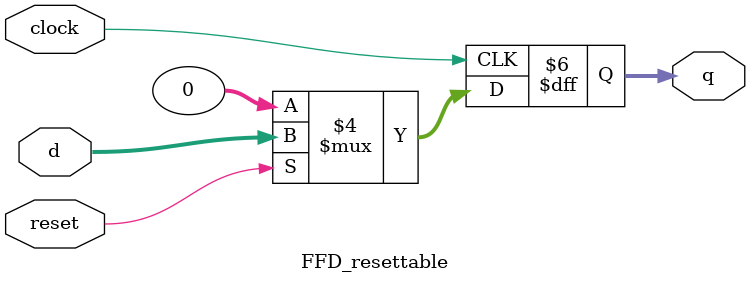
<source format=v>
module FFD_resettable(clock, reset, d, q);
   parameter WIDTH = 32;
   input  [WIDTH-1:0] d;
   input clock, reset;
   output [WIDTH-1:0] q;
   reg [WIDTH-1:0] q;
   always @(posedge clock)
      #1.2 if (!reset) q <= 0;
      else q <= d;
endmodule

</source>
